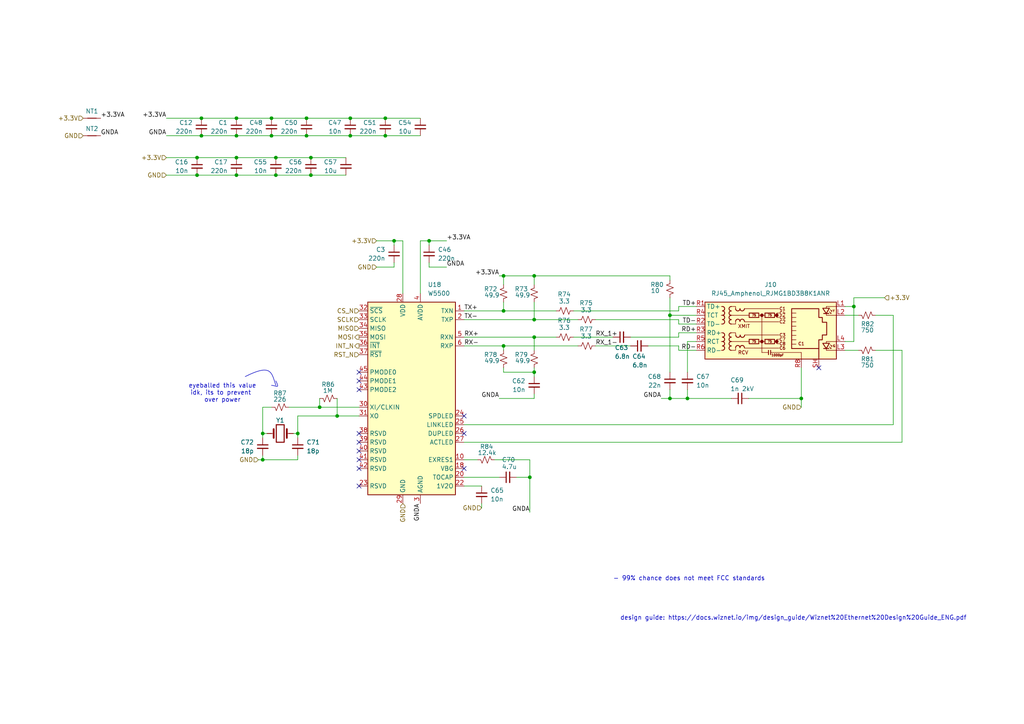
<source format=kicad_sch>
(kicad_sch (version 20250114) (generator "eeschema") (generator_version "9.0")
  (paper "A4")
  (lib_symbols
    (symbol "Connector:RJ45_Amphenol_RJMG1BD3B8K1ANR"
      (property "Reference" "J" (at 18.415 10.16 0))
      (property "Value" "RJ45_Amphenol_RJMG1BD3B8K1ANR" (at -19.05 10.16 0))
      (symbol "RJ45_Amphenol_RJMG1BD3B8K1ANR_0_0"
        (text "XMIT" (at -8.255 1.905 0) (effects (font (size 1.016 1.016)) (justify left)))
        (text "RCV" (at -8.255 -5.715 0) (effects (font (size 1.016 1.016)) (justify left)))
        (text "C1" (at 4.699 6.985 0) (effects (font (size 0.889 0.889))))
        (text "C4" (at 4.699 5.715 0) (effects (font (size 0.889 0.889))))
        (text "C5" (at 4.699 4.445 0) (effects (font (size 0.889 0.889))))
        (text "C2" (at 4.699 3.175 0) (effects (font (size 0.889 0.889))))
        (text "C3" (at 4.699 -0.635 0) (effects (font (size 0.889 0.889))))
        (text "C7" (at 4.699 -1.905 0) (effects (font (size 0.889 0.889))))
        (text "C8" (at 4.699 -3.175 0) (effects (font (size 0.889 0.889))))
        (text "C6" (at 4.699 -4.445 0) (effects (font (size 0.889 0.889))))
        (text "C1" (at 10.16 -3.175 0) (effects (font (size 0.889 0.889))))
      )
      (symbol "RJ45_Amphenol_RJMG1BD3B8K1ANR_1_0"
        (text "1000pF" (at 3.302 -6.477 0) (effects (font (size 0.635 0.635))))
      )
      (symbol "RJ45_Amphenol_RJMG1BD3B8K1ANR_1_1"
        (text "75" (at -3.556 5.08 0) (effects (font (size 0.635 0.635))))
        (text "75" (at -3.556 -2.54 0) (effects (font (size 0.635 0.635))))
        (text "75" (at 1.016 5.08 0) (effects (font (size 0.635 0.635))))
        (text "75" (at 1.016 -2.54 0) (effects (font (size 0.635 0.635))))
        (text "Y" (at 19.558 6.35 0) (effects (font (size 0.635 0.635))))
        (text "G" (at 19.685 -3.81 0) (effects (font (size 0.635 0.635))))
        (pin passive line (at -20.32 7.62 0) (length 2.54) (name "TD+") (number "R1"))
        (pin passive line (at -20.32 5.08 0) (length 2.54) (name "TCT") (number "R4"))
        (pin passive line (at -20.32 2.54 0) (length 2.54) (name "TD-") (number "R2"))
        (pin passive line (at -20.32 0 0) (length 2.54) (name "RD+") (number "R3"))
        (pin passive line (at -20.32 -2.54 0) (length 2.54) (name "RCT") (number "R5"))
        (pin passive line (at -20.32 -5.08 0) (length 2.54) (name "RD-") (number "R6"))
        (pin power_in line (at 10.16 -10.16 90) (length 2.54) (name "") (number "R8"))
        (pin passive line (at 15.24 -10.16 90) (length 2.54) (name "") (number "SH"))
        (pin no_connect line (at 20.32 0 0) (length 0) (hide yes) (name "NC") (number "R7"))
        (pin passive line (at 22.86 7.62 180) (length 2.54) (name "") (number "L1"))
        (pin passive line (at 22.86 5.08 180) (length 2.54) (name "") (number "L2"))
        (pin passive line (at 22.86 -2.54 180) (length 2.54) (name "") (number "L4"))
        (pin passive line (at 22.86 -5.08 180) (length 2.54) (name "") (number "L3"))
      )
    )
    (symbol "Device:C_Small" (pin_numbers (hide yes)) (pin_names (offset 0.254) (hide yes))
      (property "Reference" "C" (at 0.254 1.778 0))
      (property "Value" "C_Small" (at 0.254 -2.032 0))
      (symbol "C_Small_1_1"
        (pin passive line (at 0 2.54 270) (length 2.032) (name "~") (number "1"))
        (pin passive line (at 0 -2.54 90) (length 2.032) (name "~") (number "2"))
      )
    )
    (symbol "Device:Crystal" (pin_numbers (hide yes)) (pin_names (offset 1.016) (hide yes))
      (property "Reference" "Y" (at 0 3.81 0))
      (property "Value" "Crystal" (at 0 -3.81 0))
      (symbol "Crystal_1_1"
        (pin passive line (at -3.81 0 0) (length 1.27) (name "1") (number "1"))
        (pin passive line (at 3.81 0 180) (length 1.27) (name "2") (number "2"))
      )
    )
    (symbol "Device:NetTie_2" (pin_numbers (hide yes)) (pin_names (offset 0) (hide yes)) (in_bom no)
      (property "Reference" "NT" (at 0 1.27 0))
      (property "Value" "NetTie_2" (at 0 -1.27 0))
      (symbol "NetTie_2_1_1"
        (pin passive line (at -2.54 0 0) (length 2.54) (name "1") (number "1"))
        (pin passive line (at 2.54 0 180) (length 2.54) (name "2") (number "2"))
      )
    )
    (symbol "Device:R_Small_US" (pin_numbers (hide yes)) (pin_names (offset 0.254) (hide yes))
      (property "Reference" "R" (at 0.762 0.508 0))
      (property "Value" "R_Small_US" (at 0.762 -1.016 0))
      (symbol "R_Small_US_1_1"
        (pin passive line (at 0 2.54 270) (length 1.016) (name "~") (number "1"))
        (pin passive line (at 0 -2.54 90) (length 1.016) (name "~") (number "2"))
      )
    )
    (symbol "Interface_Ethernet:W5500"
      (property "Reference" "U" (at -11.43 29.21 0))
      (property "Value" "W5500" (at 8.89 29.21 0))
      (symbol "W5500_1_1"
        (pin input line (at -15.24 25.4 0) (length 2.54) (name "~{SCS}") (number "32"))
        (pin input line (at -15.24 22.86 0) (length 2.54) (name "SCLK") (number "33"))
        (pin output line (at -15.24 20.32 0) (length 2.54) (name "MISO") (number "34"))
        (pin input line (at -15.24 17.78 0) (length 2.54) (name "MOSI") (number "35"))
        (pin input line (at -15.24 15.24 0) (length 2.54) (name "~{INT}") (number "36"))
        (pin input line (at -15.24 12.7 0) (length 2.54) (name "~{RST}") (number "37"))
        (pin input line (at -15.24 7.62 0) (length 2.54) (name "PMODE0") (number "45"))
        (pin input line (at -15.24 5.08 0) (length 2.54) (name "PMODE1") (number "44"))
        (pin input line (at -15.24 2.54 0) (length 2.54) (name "PMODE2") (number "43"))
        (pin input line (at -15.24 -2.54 0) (length 2.54) (name "XI/CLKIN") (number "30"))
        (pin output line (at -15.24 -5.08 0) (length 2.54) (name "XO") (number "31"))
        (pin input line (at -15.24 -10.16 0) (length 2.54) (name "RSVD") (number "38"))
        (pin input line (at -15.24 -12.7 0) (length 2.54) (name "RSVD") (number "39"))
        (pin input line (at -15.24 -15.24 0) (length 2.54) (name "RSVD") (number "40"))
        (pin input line (at -15.24 -17.78 0) (length 2.54) (name "RSVD") (number "41"))
        (pin input line (at -15.24 -20.32 0) (length 2.54) (name "RSVD") (number "42"))
        (pin input line (at -15.24 -25.4 0) (length 2.54) (name "RSVD") (number "23"))
        (pin power_in line (at -2.54 30.48 270) (length 2.54) (name "VDD") (number "28"))
        (pin power_in line (at -2.54 -30.48 90) (length 2.54) (name "GND") (number "29"))
        (pin passive line (at 2.54 30.48 270) (length 2.54) (hide yes) (name "AVDD") (number "11"))
        (pin passive line (at 2.54 30.48 270) (length 2.54) (hide yes) (name "AVDD") (number "15"))
        (pin passive line (at 2.54 30.48 270) (length 2.54) (hide yes) (name "AVDD") (number "17"))
        (pin passive line (at 2.54 30.48 270) (length 2.54) (hide yes) (name "AVDD") (number "21"))
        (pin power_in line (at 2.54 30.48 270) (length 2.54) (name "AVDD") (number "4"))
        (pin passive line (at 2.54 30.48 270) (length 2.54) (hide yes) (name "AVDD") (number "8"))
        (pin passive line (at 2.54 -30.48 90) (length 2.54) (hide yes) (name "AGND") (number "14"))
        (pin passive line (at 2.54 -30.48 90) (length 2.54) (hide yes) (name "AGND") (number "16"))
        (pin passive line (at 2.54 -30.48 90) (length 2.54) (hide yes) (name "AGND") (number "19"))
        (pin power_in line (at 2.54 -30.48 90) (length 2.54) (name "AGND") (number "3"))
        (pin passive line (at 2.54 -30.48 90) (length 2.54) (hide yes) (name "AGND") (number "48"))
        (pin passive line (at 2.54 -30.48 90) (length 2.54) (hide yes) (name "AGND") (number "9"))
        (pin no_connect line (at 12.7 10.16 180) (length 2.54) (hide yes) (name "DNC") (number "7"))
        (pin no_connect line (at 12.7 7.62 180) (length 2.54) (hide yes) (name "NC") (number "12"))
        (pin no_connect line (at 12.7 5.08 180) (length 2.54) (hide yes) (name "NC") (number "13"))
        (pin no_connect line (at 12.7 2.54 180) (length 2.54) (hide yes) (name "NC") (number "46"))
        (pin no_connect line (at 12.7 0 180) (length 2.54) (hide yes) (name "NC") (number "47"))
        (pin output line (at 15.24 25.4 180) (length 2.54) (name "TXN") (number "1"))
        (pin output line (at 15.24 22.86 180) (length 2.54) (name "TXP") (number "2"))
        (pin input line (at 15.24 17.78 180) (length 2.54) (name "RXN") (number "5"))
        (pin input line (at 15.24 15.24 180) (length 2.54) (name "RXP") (number "6"))
        (pin output line (at 15.24 -5.08 180) (length 2.54) (name "SPDLED") (number "24"))
        (pin output line (at 15.24 -7.62 180) (length 2.54) (name "LINKLED") (number "25"))
        (pin output line (at 15.24 -10.16 180) (length 2.54) (name "DUPLED") (number "26"))
        (pin output line (at 15.24 -12.7 180) (length 2.54) (name "ACTLED") (number "27"))
        (pin passive line (at 15.24 -17.78 180) (length 2.54) (name "EXRES1") (number "10"))
        (pin passive line (at 15.24 -20.32 180) (length 2.54) (name "VBG") (number "18"))
        (pin passive line (at 15.24 -22.86 180) (length 2.54) (name "TOCAP") (number "20"))
        (pin output line (at 15.24 -25.4 180) (length 2.54) (name "1V2O") (number "22"))
      )
    )
  )
  (bezier (pts (xy 71.12 109.22) (xy 78.74 105.41) (xy 78.74 107.95) (xy 80.01 111.76)))
  (bezier (pts (xy 80.01 110.49) (xy 81.28 113.03) (xy 80.01 111.76) (xy 78.74 111.76)))
  (text "eyeballed this value\nidk, its to prevent \nover power" (at 64.516 114.046 0) (effects (font (size 1.27 1.27))))
  (text "design guide: https://docs.wiznet.io/img/design_guide/Wiznet%20Ethernet%20Design%20Guide_ENG.pdf" (at 230.124 179.324 0) (effects (font (size 1.27 1.27))))
  (text "- 99% chance does not meet FCC standards" (at 177.8 167.132 0) (effects (font (size 1.27 1.27)) (justify left top)))
  (junction (at 92.71 118.11))
  (junction (at 68.58 34.29))
  (junction (at 88.9 39.37))
  (junction (at 146.05 80.01))
  (junction (at 68.58 39.37))
  (junction (at 154.94 97.79))
  (junction (at 153.67 138.43))
  (junction (at 58.42 39.37))
  (junction (at 90.17 45.72))
  (junction (at 57.15 50.8))
  (junction (at 90.17 50.8))
  (junction (at 154.94 92.71))
  (junction (at 111.76 39.37))
  (junction (at 101.6 39.37))
  (junction (at 86.36 125.73))
  (junction (at 232.41 115.57))
  (junction (at 76.2 125.73))
  (junction (at 97.79 120.65))
  (junction (at 146.05 90.17))
  (junction (at 194.31 115.57))
  (junction (at 80.01 50.8))
  (junction (at 57.15 45.72))
  (junction (at 124.46 69.85))
  (junction (at 247.65 88.9))
  (junction (at 68.58 50.8))
  (junction (at 88.9 34.29))
  (junction (at 78.74 39.37))
  (junction (at 101.6 34.29))
  (junction (at 76.2 133.35))
  (junction (at 68.58 45.72))
  (junction (at 58.42 34.29))
  (junction (at 154.94 80.01))
  (junction (at 114.3 69.85))
  (junction (at 80.01 45.72))
  (junction (at 146.05 100.33))
  (junction (at 111.76 34.29))
  (junction (at 78.74 34.29))
  (junction (at 199.39 115.57))
  (junction (at 194.31 91.44))
  (junction (at 154.94 107.95))
  (no_connect (at 104.14 133.35))
  (no_connect (at 104.14 125.73))
  (no_connect (at 104.14 130.81))
  (no_connect (at 104.14 128.27))
  (no_connect (at 104.14 110.49))
  (no_connect (at 104.14 140.97))
  (no_connect (at 104.14 135.89))
  (no_connect (at 134.62 135.89))
  (no_connect (at 104.14 107.95))
  (no_connect (at 237.49 106.68))
  (no_connect (at 104.14 113.03))
  (no_connect (at 134.62 125.73))
  (no_connect (at 134.62 120.65))
  (wire (pts (xy 254 91.44) (xy 259.08 91.44)))
  (wire (pts (xy 154.94 97.79) (xy 161.29 97.79)))
  (wire (pts (xy 68.58 45.72) (xy 80.01 45.72)))
  (wire (pts (xy 196.85 93.98) (xy 201.93 93.98)))
  (wire (pts (xy 76.2 125.73) (xy 77.47 125.73)))
  (wire (pts (xy 48.26 45.72) (xy 57.15 45.72)))
  (wire (pts (xy 68.58 34.29) (xy 78.74 34.29)))
  (wire (pts (xy 48.26 34.29) (xy 58.42 34.29)))
  (wire (pts (xy 86.36 120.65) (xy 97.79 120.65)))
  (wire (pts (xy 247.65 88.9) (xy 247.65 99.06)))
  (wire (pts (xy 245.11 101.6) (xy 248.92 101.6)))
  (wire (pts (xy 144.78 115.57) (xy 154.94 115.57)))
  (wire (pts (xy 114.3 69.85) (xy 116.84 69.85)))
  (wire (pts (xy 134.62 90.17) (xy 146.05 90.17)))
  (wire (pts (xy 57.15 50.8) (xy 68.58 50.8)))
  (wire (pts (xy 88.9 34.29) (xy 101.6 34.29)))
  (wire (pts (xy 154.94 115.57) (xy 154.94 114.3)))
  (wire (pts (xy 146.05 100.33) (xy 134.62 100.33)))
  (wire (pts (xy 83.82 118.11) (xy 92.71 118.11)))
  (wire (pts (xy 134.62 140.97) (xy 139.7 140.97)))
  (wire (pts (xy 74.93 133.35) (xy 76.2 133.35)))
  (wire (pts (xy 121.92 69.85) (xy 124.46 69.85)))
  (wire (pts (xy 78.74 39.37) (xy 88.9 39.37)))
  (wire (pts (xy 194.31 91.44) (xy 201.93 91.44)))
  (wire (pts (xy 68.58 50.8) (xy 80.01 50.8)))
  (wire (pts (xy 256.54 86.36) (xy 247.65 86.36)))
  (wire (pts (xy 191.77 115.57) (xy 194.31 115.57)))
  (wire (pts (xy 48.26 39.37) (xy 58.42 39.37)))
  (wire (pts (xy 134.62 92.71) (xy 154.94 92.71)))
  (wire (pts (xy 134.62 138.43) (xy 144.78 138.43)))
  (wire (pts (xy 76.2 118.11) (xy 78.74 118.11)))
  (wire (pts (xy 121.92 69.85) (xy 121.92 85.09)))
  (wire (pts (xy 129.54 77.47) (xy 124.46 77.47)))
  (wire (pts (xy 68.58 39.37) (xy 78.74 39.37)))
  (wire (pts (xy 154.94 82.55) (xy 154.94 80.01)))
  (wire (pts (xy 57.15 45.72) (xy 68.58 45.72)))
  (wire (pts (xy 58.42 34.29) (xy 68.58 34.29)))
  (wire (pts (xy 199.39 99.06) (xy 201.93 99.06)))
  (wire (pts (xy 199.39 115.57) (xy 199.39 113.03)))
  (wire (pts (xy 245.11 91.44) (xy 248.92 91.44)))
  (wire (pts (xy 78.74 34.29) (xy 88.9 34.29)))
  (wire (pts (xy 111.76 39.37) (xy 121.92 39.37)))
  (wire (pts (xy 153.67 138.43) (xy 153.67 148.59)))
  (wire (pts (xy 134.62 133.35) (xy 138.43 133.35)))
  (wire (pts (xy 86.36 125.73) (xy 86.36 120.65)))
  (wire (pts (xy 114.3 71.12) (xy 114.3 69.85)))
  (wire (pts (xy 153.67 133.35) (xy 153.67 138.43)))
  (wire (pts (xy 143.51 133.35) (xy 153.67 133.35)))
  (wire (pts (xy 247.65 86.36) (xy 247.65 88.9)))
  (wire (pts (xy 172.72 100.33) (xy 182.88 100.33)))
  (wire (pts (xy 254 101.6) (xy 261.62 101.6)))
  (wire (pts (xy 196.85 97.79) (xy 196.85 96.52)))
  (wire (pts (xy 85.09 125.73) (xy 86.36 125.73)))
  (wire (pts (xy 259.08 123.19) (xy 259.08 91.44)))
  (wire (pts (xy 146.05 80.01) (xy 144.78 80.01)))
  (wire (pts (xy 194.31 115.57) (xy 199.39 115.57)))
  (wire (pts (xy 109.22 69.85) (xy 114.3 69.85)))
  (wire (pts (xy 124.46 77.47) (xy 124.46 76.2)))
  (wire (pts (xy 154.94 80.01) (xy 194.31 80.01)))
  (wire (pts (xy 146.05 101.6) (xy 146.05 100.33)))
  (wire (pts (xy 86.36 127) (xy 86.36 125.73)))
  (wire (pts (xy 149.86 138.43) (xy 153.67 138.43)))
  (wire (pts (xy 199.39 115.57) (xy 212.09 115.57)))
  (wire (pts (xy 76.2 132.08) (xy 76.2 133.35)))
  (wire (pts (xy 92.71 118.11) (xy 104.14 118.11)))
  (wire (pts (xy 111.76 34.29) (xy 121.92 34.29)))
  (wire (pts (xy 101.6 39.37) (xy 111.76 39.37)))
  (wire (pts (xy 92.71 115.57) (xy 92.71 118.11)))
  (wire (pts (xy 146.05 90.17) (xy 161.29 90.17)))
  (wire (pts (xy 166.37 97.79) (xy 177.8 97.79)))
  (wire (pts (xy 124.46 71.12) (xy 124.46 69.85)))
  (wire (pts (xy 196.85 90.17) (xy 196.85 88.9)))
  (wire (pts (xy 194.31 115.57) (xy 194.31 113.03)))
  (wire (pts (xy 101.6 34.29) (xy 111.76 34.29)))
  (wire (pts (xy 86.36 133.35) (xy 86.36 132.08)))
  (wire (pts (xy 134.62 123.19) (xy 259.08 123.19)))
  (wire (pts (xy 116.84 69.85) (xy 116.84 85.09)))
  (wire (pts (xy 187.96 100.33) (xy 196.85 100.33)))
  (wire (pts (xy 76.2 125.73) (xy 76.2 118.11)))
  (wire (pts (xy 146.05 80.01) (xy 154.94 80.01)))
  (wire (pts (xy 90.17 50.8) (xy 100.33 50.8)))
  (wire (pts (xy 139.7 147.32) (xy 139.7 146.05)))
  (wire (pts (xy 134.62 128.27) (xy 261.62 128.27)))
  (wire (pts (xy 196.85 100.33) (xy 196.85 101.6)))
  (wire (pts (xy 154.94 92.71) (xy 167.64 92.71)))
  (wire (pts (xy 124.46 69.85) (xy 129.54 69.85)))
  (wire (pts (xy 232.41 106.68) (xy 232.41 115.57)))
  (wire (pts (xy 194.31 86.36) (xy 194.31 91.44)))
  (wire (pts (xy 146.05 107.95) (xy 154.94 107.95)))
  (wire (pts (xy 146.05 90.17) (xy 146.05 87.63)))
  (wire (pts (xy 80.01 50.8) (xy 90.17 50.8)))
  (wire (pts (xy 247.65 88.9) (xy 245.11 88.9)))
  (wire (pts (xy 154.94 109.22) (xy 154.94 107.95)))
  (wire (pts (xy 217.17 115.57) (xy 232.41 115.57)))
  (wire (pts (xy 109.22 77.47) (xy 114.3 77.47)))
  (wire (pts (xy 182.88 97.79) (xy 196.85 97.79)))
  (wire (pts (xy 114.3 77.47) (xy 114.3 76.2)))
  (wire (pts (xy 166.37 90.17) (xy 196.85 90.17)))
  (wire (pts (xy 146.05 106.68) (xy 146.05 107.95)))
  (wire (pts (xy 90.17 45.72) (xy 100.33 45.72)))
  (wire (pts (xy 194.31 80.01) (xy 194.31 81.28)))
  (wire (pts (xy 261.62 128.27) (xy 261.62 101.6)))
  (wire (pts (xy 97.79 120.65) (xy 104.14 120.65)))
  (wire (pts (xy 172.72 92.71) (xy 196.85 92.71)))
  (wire (pts (xy 146.05 82.55) (xy 146.05 80.01)))
  (wire (pts (xy 154.94 92.71) (xy 154.94 87.63)))
  (wire (pts (xy 76.2 127) (xy 76.2 125.73)))
  (wire (pts (xy 196.85 92.71) (xy 196.85 93.98)))
  (wire (pts (xy 194.31 91.44) (xy 194.31 107.95)))
  (wire (pts (xy 199.39 107.95) (xy 199.39 99.06)))
  (wire (pts (xy 154.94 97.79) (xy 134.62 97.79)))
  (wire (pts (xy 48.26 50.8) (xy 57.15 50.8)))
  (wire (pts (xy 154.94 101.6) (xy 154.94 97.79)))
  (wire (pts (xy 196.85 101.6) (xy 201.93 101.6)))
  (wire (pts (xy 196.85 88.9) (xy 201.93 88.9)))
  (wire (pts (xy 232.41 118.11) (xy 232.41 115.57)))
  (wire (pts (xy 146.05 100.33) (xy 167.64 100.33)))
  (wire (pts (xy 88.9 39.37) (xy 101.6 39.37)))
  (wire (pts (xy 196.85 96.52) (xy 201.93 96.52)))
  (wire (pts (xy 247.65 99.06) (xy 245.11 99.06)))
  (wire (pts (xy 76.2 133.35) (xy 86.36 133.35)))
  (wire (pts (xy 80.01 45.72) (xy 90.17 45.72)))
  (wire (pts (xy 58.42 39.37) (xy 68.58 39.37)))
  (wire (pts (xy 154.94 107.95) (xy 154.94 106.68)))
  (wire (pts (xy 97.79 115.57) (xy 97.79 120.65)))
  (label "GNDA" (at 144.78 115.57 180))
  (label "TX+" (at 134.62 90.17 0))
  (label "TD-" (at 201.93 93.98 180))
  (label "GNDA" (at 121.92 146.05 270))
  (label "RX-" (at 134.62 100.33 0))
  (label "TX-" (at 134.62 92.71 0))
  (label "GNDA" (at 29.21 39.37 0))
  (label "GNDA" (at 191.77 115.57 180))
  (label "GNDA" (at 153.67 148.59 180))
  (label "TD+" (at 201.93 88.9 180))
  (label "GNDA" (at 48.26 39.37 180))
  (label "RX+" (at 134.62 97.79 0))
  (label "RX_1-" (at 172.72 100.33 0))
  (label "RX_1+" (at 172.72 97.79 0))
  (label "+3.3VA" (at 48.26 34.29 180))
  (label "RD+" (at 201.93 96.52 180))
  (label "+3.3VA" (at 144.78 80.01 180))
  (label "+3.3VA" (at 29.21 34.29 0))
  (label "+3.3VA" (at 129.54 69.85 0))
  (label "GNDA" (at 129.54 77.47 0))
  (label "RD-" (at 201.93 101.6 180))
  (hierarchical_label "GND" (shape input) (at 109.22 77.47 180))
  (hierarchical_label "GND" (shape input) (at 74.93 133.35 180))
  (hierarchical_label "GND" (shape input) (at 48.26 50.8 180))
  (hierarchical_label "INT_N" (shape output) (at 104.14 100.33 180))
  (hierarchical_label "+3.3V" (shape input) (at 48.26 45.72 180))
  (hierarchical_label "GND" (shape input) (at 24.13 39.37 180))
  (hierarchical_label "GND" (shape input) (at 116.84 146.05 270))
  (hierarchical_label "+3.3V" (shape input) (at 109.22 69.85 180))
  (hierarchical_label "SCLK" (shape input) (at 104.14 92.71 180))
  (hierarchical_label "MOSI" (shape output) (at 104.14 97.79 180))
  (hierarchical_label "+3.3V" (shape input) (at 256.54 86.36 0))
  (hierarchical_label "GND" (shape input) (at 139.7 147.32 180))
  (hierarchical_label "CS_N" (shape input) (at 104.14 90.17 180))
  (hierarchical_label "GND" (shape input) (at 232.41 118.11 180))
  (hierarchical_label "RST_N" (shape input) (at 104.14 102.87 180))
  (hierarchical_label "+3.3V" (shape input) (at 24.13 34.29 180))
  (hierarchical_label "MISO" (shape input) (at 104.14 95.25 180))
  (symbol (lib_id "Device:R_Small_US") (at 251.46 101.6 270) (mirror x) (unit 1)
    (property "Reference" "R81" (at 249.682 104.14 90) (effects (justify left)))
    (property "Value" "750" (at 253.492 105.918 90) (effects (justify right)))
    (property "Footprint" "Resistor_SMD:R_1206_3216Metric_Pad1.30x1.75mm_HandSolder" (effects (hide yes)))
    (property "Datasheet" "https://www.mouser.com/ProductDetail/Panasonic/ERJ-P08F6800V?qs=iIVTEDlrHA3SVAPfz%2FMedg%3D%3D" (effects (hide yes)))
    (property "Description" "Resistor, US symbol" (effects (hide yes)))
    (property "mouser" "https://www.mouser.com/ProductDetail/YAGEO/RC1206JR-13750RL?qs=sGAEpiMZZMvdGkrng054t8AJgcdMkx7xRBGyMWDk%2FFM%3D" (effects (hide yes)))
    (property "specs" "750mOhm, 250mW, 5%, 100PPM, 200C, -55C, +155C" (effects (hide yes)))
    (property "unit x10" "0.022" (effects (hide yes)))
    (property "unit x1" "0.1" (effects (hide yes)))
  )
  (symbol (lib_id "Device:R_Small_US") (at 170.18 100.33 270) (unit 1)
    (property "Reference" "R77" (at 171.958 95.504 90) (effects (justify right)))
    (property "Value" "3.3" (at 168.402 97.536 90) (effects (justify left)))
    (property "Footprint" "Resistor_SMD:R_1206_3216Metric_Pad1.30x1.75mm_HandSolder" (effects (hide yes)))
    (property "Description" "Resistor, US symbol" (effects (hide yes)))
    (property "mouser" "https://www.mouser.com/ProductDetail/Vishay-Beyschlag/MCA1206MC3308FP500?qs=sGAEpiMZZMvdGkrng054t2cqbZCzJY7NpFT1wKYFTnMsg8IPAC%252BI%252Bw%3D%3D" (effects (hide yes)))
    (property "specs" "3.3 ohm, 250mW, 1%, 50ppm, 200V, -55C, +175C" (effects (hide yes)))
    (property "unit x10" "0.334" (effects (hide yes)))
    (property "unit x1" "0.47" (effects (hide yes)))
  )
  (symbol (lib_id "Interface_Ethernet:W5500") (at 119.38 115.57 0) (unit 1)
    (property "Reference" "U18" (at 124.0633 82.55 0) (effects (justify left)))
    (property "Value" "W5500" (at 124.0633 85.09 0) (effects (justify left)))
    (property "Footprint" "Package_QFP:LQFP-48_7x7mm_P0.5mm" (effects (hide yes)))
    (property "Datasheet" "http://wizwiki.net/wiki/lib/exe/fetch.php/products:w5500:w5500_ds_v109e.pdf" (effects (hide yes)))
    (property "Description" "10/100Mb SPI Ethernet controller with TCP/IP stack, LQFP-48" (effects (hide yes)))
  )
  (symbol (lib_id "Device:C_Small") (at 57.15 48.26 0) (mirror y) (unit 1)
    (property "Reference" "C16" (at 54.61 46.9962 0) (effects (justify left)))
    (property "Value" "10n" (at 54.61 49.5362 0) (effects (justify left)))
    (property "Footprint" "Capacitor_SMD:C_0805_2012Metric_Pad1.18x1.45mm_HandSolder" (effects (hide yes)))
    (property "mouser" "https://www.mouser.com/ProductDetail/KYOCERA-AVX/08051C103J4Z2A?qs=k4kUdCzLgS7mcJ89o4qEaA%3D%3D" (effects (hide yes)))
    (property "specs" "10nF, 5%, 100VDC, X7R, MLCC" (effects (hide yes)))
    (property "unit x10" "0.04" (effects (hide yes)))
    (property "unit x1" "0.10" (effects (hide yes)))
  )
  (symbol (lib_id "Device:R_Small_US") (at 163.83 97.79 270) (unit 1)
    (property "Reference" "R76" (at 165.608 92.964 90) (effects (justify right)))
    (property "Value" "3.3" (at 162.052 94.996 90) (effects (justify left)))
    (property "Footprint" "Resistor_SMD:R_1206_3216Metric_Pad1.30x1.75mm_HandSolder" (effects (hide yes)))
    (property "Description" "Resistor, US symbol" (effects (hide yes)))
    (property "mouser" "https://www.mouser.com/ProductDetail/Vishay-Beyschlag/MCA1206MC3308FP500?qs=sGAEpiMZZMvdGkrng054t2cqbZCzJY7NpFT1wKYFTnMsg8IPAC%252BI%252Bw%3D%3D" (effects (hide yes)))
    (property "specs" "3.3 ohm, 250mW, 1%, 50ppm, 200V, -55C, +175C" (effects (hide yes)))
    (property "unit x10" "0.334" (effects (hide yes)))
    (property "unit x1" "0.47" (effects (hide yes)))
  )
  (symbol (lib_id "Device:C_Small") (at 199.39 110.49 0) (unit 1)
    (property "Reference" "C67" (at 201.93 109.2262 0) (effects (justify left)))
    (property "Value" "10n" (at 201.93 111.7662 0) (effects (justify left)))
    (property "Footprint" "Capacitor_SMD:C_0805_2012Metric_Pad1.18x1.45mm_HandSolder" (effects (hide yes)))
    (property "mouser" "https://www.mouser.com/ProductDetail/KYOCERA-AVX/08051C103J4Z2A?qs=k4kUdCzLgS7mcJ89o4qEaA%3D%3D" (effects (hide yes)))
    (property "specs" "10nF, 5%, 100VDC, X7R, MLCC" (effects (hide yes)))
    (property "unit x10" "0.04" (effects (hide yes)))
    (property "unit x1" "0.10" (effects (hide yes)))
  )
  (symbol (lib_id "Device:C_Small") (at 194.31 110.49 0) (mirror y) (unit 1)
    (property "Reference" "C68" (at 191.77 109.2262 0) (effects (justify left)))
    (property "Value" "22n" (at 191.77 111.7662 0) (effects (justify left)))
    (property "Footprint" "Capacitor_SMD:C_0805_2012Metric_Pad1.18x1.45mm_HandSolder" (effects (hide yes)))
    (property "mouser" "https://www.mouser.com/ProductDetail/Samsung-Electro-Mechanics/CL21B223JBANNNC?qs=hqM3L16%252Bxle%2FHRWqvvaDSA%3D%3D" (effects (hide yes)))
    (property "specs" "22nF, 50Vdc, 5%, X7R, MLCC" (effects (hide yes)))
    (property "unit x10" "0.027" (effects (hide yes)))
    (property "unit x1" "0.10" (effects (hide yes)))
  )
  (symbol (lib_id "Device:R_Small_US") (at 146.05 104.14 0) (mirror x) (unit 1)
    (property "Reference" "R78" (at 144.272 102.87 0) (effects (justify right)))
    (property "Value" "49.9" (at 140.462 104.648 0) (effects (justify left)))
    (property "Footprint" "Resistor_SMD:R_0805_2012Metric_Pad1.20x1.40mm_HandSolder" (effects (hide yes)))
    (property "Description" "Resistor, US symbol" (effects (hide yes)))
    (property "mouser" "https://www.mouser.com/ProductDetail/Vishay/CRCW080549R9FKEA?qs=sGAEpiMZZMvdGkrng054txEw7b1YnvGudG63Yk9YxfA%3D" (effects (hide yes)))
    (property "specs" "49.9 ohm, 250mW, 1% , 150V, 100ppm" (effects (hide yes)))
    (property "unit x10" "0.026" (effects (hide yes)))
    (property "unit x1" "0.1" (effects (hide yes)))
  )
  (symbol (lib_id "Device:C_Small") (at 124.46 73.66 0) (unit 1)
    (property "Reference" "C46" (at 127 72.3962 0) (effects (justify left)))
    (property "Value" "220n" (at 127 74.9362 0) (effects (justify left)))
    (property "Footprint" "Capacitor_SMD:C_0805_2012Metric_Pad1.18x1.45mm_HandSolder" (effects (hide yes)))
    (property "Datasheet" "https://www.mouser.com/ProductDetail/Samsung-Electro-Mechanics/CL31B224KBFNNNF?qs=sGAEpiMZZMsh%252B1woXyUXj7iNKXiFkBmw7C%252BUlKpuDJ8%3D" (effects (hide yes)))
    (property "mouser" "https://www.mouser.com/ProductDetail/Samsung-Electro-Mechanics/CL21B224KCFSFNE?qs=664zcAxDQ0l4Y1eUk6Zc1g%3D%3D" (effects (hide yes)))
    (property "specs" "100VDC, X7R, 10%, -55C, +125C, 220nF" (effects (hide yes)))
    (property "unit x10" "0.054" (effects (hide yes)))
  )
  (symbol (lib_id "Device:C_Small") (at 90.17 48.26 0) (mirror y) (unit 1)
    (property "Reference" "C56" (at 87.63 46.9962 0) (effects (justify left)))
    (property "Value" "220n" (at 87.63 49.5362 0) (effects (justify left)))
    (property "Footprint" "Capacitor_SMD:C_0805_2012Metric_Pad1.18x1.45mm_HandSolder" (effects (hide yes)))
    (property "Datasheet" "https://www.mouser.com/ProductDetail/Samsung-Electro-Mechanics/CL31B224KBFNNNF?qs=sGAEpiMZZMsh%252B1woXyUXj7iNKXiFkBmw7C%252BUlKpuDJ8%3D" (effects (hide yes)))
    (property "mouser" "https://www.mouser.com/ProductDetail/Samsung-Electro-Mechanics/CL21B224KCFSFNE?qs=664zcAxDQ0l4Y1eUk6Zc1g%3D%3D" (effects (hide yes)))
    (property "specs" "100VDC, X7R, 10%, -55C, +125C, 220nF" (effects (hide yes)))
    (property "unit x10" "0.054" (effects (hide yes)))
  )
  (symbol (lib_id "Device:C_Small") (at 78.74 36.83 0) (mirror y) (unit 1)
    (property "Reference" "C48" (at 76.2 35.5662 0) (effects (justify left)))
    (property "Value" "220n" (at 76.2 38.1062 0) (effects (justify left)))
    (property "Footprint" "Capacitor_SMD:C_0805_2012Metric_Pad1.18x1.45mm_HandSolder" (effects (hide yes)))
    (property "Datasheet" "https://www.mouser.com/ProductDetail/Samsung-Electro-Mechanics/CL31B224KBFNNNF?qs=sGAEpiMZZMsh%252B1woXyUXj7iNKXiFkBmw7C%252BUlKpuDJ8%3D" (effects (hide yes)))
    (property "mouser" "https://www.mouser.com/ProductDetail/Samsung-Electro-Mechanics/CL21B224KCFSFNE?qs=664zcAxDQ0l4Y1eUk6Zc1g%3D%3D" (effects (hide yes)))
    (property "specs" "100VDC, X7R, 10%, -55C, +125C, 220nF" (effects (hide yes)))
    (property "unit x10" "0.054" (effects (hide yes)))
  )
  (symbol (lib_id "Device:C_Small") (at 121.92 36.83 0) (mirror y) (unit 1)
    (property "Reference" "C54" (at 119.38 35.5662 0) (effects (justify left)))
    (property "Value" "10u" (at 119.38 38.1062 0) (effects (justify left)))
    (property "Footprint" "Capacitor_SMD:C_1206_3216Metric_Pad1.33x1.80mm_HandSolder" (effects (hide yes)))
    (property "mouser" "https://www.mouser.com/ProductDetail/Samsung-Electro-Mechanics/CL31A106KBHNNNE?qs=sGAEpiMZZMsh%252B1woXyUXjxqcB7t9naYpzWmpMbMJIKQ%3D" (effects (hide yes)))
    (property "specs" "10uF, 50VDC, X5R, 10%, -55C, +85C" (effects (hide yes)))
    (property "unit x10" "0.07" (effects (hide yes)))
  )
  (symbol (lib_id "Device:C_Small") (at 111.76 36.83 0) (mirror y) (unit 1)
    (property "Reference" "C51" (at 109.22 35.5662 0) (effects (justify left)))
    (property "Value" "220n" (at 109.22 38.1062 0) (effects (justify left)))
    (property "Footprint" "Capacitor_SMD:C_0805_2012Metric_Pad1.18x1.45mm_HandSolder" (effects (hide yes)))
    (property "Datasheet" "https://www.mouser.com/ProductDetail/Samsung-Electro-Mechanics/CL31B224KBFNNNF?qs=sGAEpiMZZMsh%252B1woXyUXj7iNKXiFkBmw7C%252BUlKpuDJ8%3D" (effects (hide yes)))
    (property "mouser" "https://www.mouser.com/ProductDetail/Samsung-Electro-Mechanics/CL21B224KCFSFNE?qs=664zcAxDQ0l4Y1eUk6Zc1g%3D%3D" (effects (hide yes)))
    (property "specs" "100VDC, X7R, 10%, -55C, +125C, 220nF" (effects (hide yes)))
    (property "unit x10" "0.054" (effects (hide yes)))
  )
  (symbol (lib_id "Device:C_Small") (at 180.34 97.79 90) (mirror x) (unit 1)
    (property "Reference" "C63" (at 178.308 100.838 90) (effects (justify right)))
    (property "Value" "6.8n" (at 178.308 103.378 90) (effects (justify right)))
    (property "Footprint" "Capacitor_SMD:C_0805_2012Metric_Pad1.18x1.45mm_HandSolder" (effects (hide yes)))
    (property "mouser" "https://www.mouser.com/ProductDetail/Murata-Electronics/GRM2195C2A682JA01D?qs=rrS6PyfT74cP1xu8goU9mQ%3D%3D" (effects (hide yes)))
    (property "specs" "6800pF, 5%, 100VDC, -55C, +125C, MLCC" (effects (hide yes)))
    (property "unit x10" "0.039" (effects (hide yes)))
    (property "unit x1" "0.10" (effects (hide yes)))
  )
  (symbol (lib_id "Device:R_Small_US") (at 140.97 133.35 90) (mirror x) (unit 1)
    (property "Reference" "R84" (at 139.192 129.54 90) (effects (justify right)))
    (property "Value" "12.4k" (at 144.018 131.318 90) (effects (justify left)))
    (property "Footprint" "Resistor_SMD:R_0805_2012Metric_Pad1.20x1.40mm_HandSolder" (effects (hide yes)))
    (property "Description" "Resistor, US symbol" (effects (hide yes)))
    (property "mouser" "https://www.mouser.com/ProductDetail/Susumu/RR1220P-1242-D-M?qs=sGAEpiMZZMvdGkrng054t0uOsFOTJMhbkKY3D7%2FGR%2FA%3D" (effects (hide yes)))
    (property "specs" "12.4k ohm, 0.5%, 100mW, 100V, 25ppm, -55C, +125C" (effects (hide yes)))
    (property "unit x10" "0.028" (effects (hide yes)))
    (property "unit x1" "0.1" (effects (hide yes)))
  )
  (symbol (lib_id "Device:C_Small") (at 114.3 73.66 0) (mirror y) (unit 1)
    (property "Reference" "C3" (at 111.76 72.3962 0) (effects (justify left)))
    (property "Value" "220n" (at 111.76 74.9362 0) (effects (justify left)))
    (property "Footprint" "Capacitor_SMD:C_0805_2012Metric_Pad1.18x1.45mm_HandSolder" (effects (hide yes)))
    (property "Datasheet" "https://www.mouser.com/ProductDetail/Samsung-Electro-Mechanics/CL31B224KBFNNNF?qs=sGAEpiMZZMsh%252B1woXyUXj7iNKXiFkBmw7C%252BUlKpuDJ8%3D" (effects (hide yes)))
    (property "mouser" "https://www.mouser.com/ProductDetail/Samsung-Electro-Mechanics/CL21B224KCFSFNE?qs=664zcAxDQ0l4Y1eUk6Zc1g%3D%3D" (effects (hide yes)))
    (property "specs" "100VDC, X7R, 10%, -55C, +125C, 220nF" (effects (hide yes)))
    (property "unit x10" "0.054" (effects (hide yes)))
  )
  (symbol (lib_id "Device:R_Small_US") (at 81.28 118.11 270) (mirror x) (unit 1)
    (property "Reference" "R87" (at 79.248 114.046 90) (effects (justify left)))
    (property "Value" "226" (at 79.248 115.824 90) (effects (justify left)))
    (property "Footprint" "Resistor_SMD:R_0805_2012Metric_Pad1.20x1.40mm_HandSolder" (effects (hide yes)))
    (property "Description" "Resistor, US symbol" (effects (hide yes)))
    (property "mouser" "https://www.mouser.com/ProductDetail/KOA-Speer/RK73H2BTTD2260F?qs=sGAEpiMZZMvdGkrng054t0wRT%252B902PGcT6B0yBPcmBs%3D" (effects (hide yes)))
    (property "specs" "226Ohm, 250mW, 1%, 200V, -55C, +155C" (effects (hide yes)))
    (property "unit x1" "0.10" (effects (hide yes)))
    (property "unit x10" "0.023" (effects (hide yes)))
  )
  (symbol (lib_id "Device:R_Small_US") (at 146.05 85.09 0) (mirror x) (unit 1)
    (property "Reference" "R72" (at 144.272 83.82 0) (effects (justify right)))
    (property "Value" "49.9" (at 140.462 85.598 0) (effects (justify left)))
    (property "Footprint" "Resistor_SMD:R_0805_2012Metric_Pad1.20x1.40mm_HandSolder" (effects (hide yes)))
    (property "Description" "Resistor, US symbol" (effects (hide yes)))
    (property "mouser" "https://www.mouser.com/ProductDetail/Vishay/CRCW080549R9FKEA?qs=sGAEpiMZZMvdGkrng054txEw7b1YnvGudG63Yk9YxfA%3D" (effects (hide yes)))
    (property "specs" "49.9 ohm, 250mW, 1% , 150V, 100ppm" (effects (hide yes)))
    (property "unit x10" "0.026" (effects (hide yes)))
    (property "unit x1" "0.1" (effects (hide yes)))
  )
  (symbol (lib_id "Device:C_Small") (at 100.33 48.26 0) (mirror y) (unit 1)
    (property "Reference" "C57" (at 97.79 46.9962 0) (effects (justify left)))
    (property "Value" "10u" (at 97.79 49.5362 0) (effects (justify left)))
    (property "Footprint" "Capacitor_SMD:C_1206_3216Metric_Pad1.33x1.80mm_HandSolder" (effects (hide yes)))
    (property "mouser" "https://www.mouser.com/ProductDetail/Samsung-Electro-Mechanics/CL31A106KBHNNNE?qs=sGAEpiMZZMsh%252B1woXyUXjxqcB7t9naYpzWmpMbMJIKQ%3D" (effects (hide yes)))
    (property "specs" "10uF, 50VDC, X5R, 10%, -55C, +85C" (effects (hide yes)))
    (property "unit x10" "0.07" (effects (hide yes)))
  )
  (symbol (lib_id "Device:R_Small_US") (at 194.31 83.82 0) (mirror x) (unit 1)
    (property "Reference" "R80" (at 192.532 82.55 0) (effects (justify right)))
    (property "Value" "10" (at 188.722 84.328 0) (effects (justify left)))
    (property "Footprint" "Resistor_SMD:R_1206_3216Metric_Pad1.30x1.75mm_HandSolder" (effects (hide yes)))
    (property "Description" "Resistor, US symbol" (effects (hide yes)))
    (property "mouser" "https://www.mouser.com/ProductDetail/KOA-Speer/RK73H2BTTD10R0F?qs=sGAEpiMZZMvdGkrng054t5lOknjIQAOXyrbkC5%252B9uLU%3D" (effects (hide yes)))
    (property "specs" "10 ohm,250mW, 1%, 200V" (effects (hide yes)))
    (property "unit x10" "0.026" (effects (hide yes)))
    (property "unit x1" "0.1" (effects (hide yes)))
  )
  (symbol (lib_id "Device:C_Small") (at 139.7 143.51 0) (unit 1)
    (property "Reference" "C65" (at 142.24 142.2462 0) (effects (justify left)))
    (property "Value" "10n" (at 142.24 144.7862 0) (effects (justify left)))
    (property "Footprint" "Capacitor_SMD:C_0805_2012Metric_Pad1.18x1.45mm_HandSolder" (effects (hide yes)))
    (property "mouser" "https://www.mouser.com/ProductDetail/KYOCERA-AVX/08051C103J4Z2A?qs=k4kUdCzLgS7mcJ89o4qEaA%3D%3D" (effects (hide yes)))
    (property "specs" "10nF, 5%, 100VDC, X7R, MLCC" (effects (hide yes)))
    (property "unit x10" "0.04" (effects (hide yes)))
    (property "unit x1" "0.10" (effects (hide yes)))
  )
  (symbol (lib_id "Device:NetTie_2") (at 26.67 39.37 0) (unit 1) (in_bom no)
    (property "Reference" "NT2" (at 26.67 37.338 0))
    (property "Value" "NetTie_2" (effects (hide yes)))
    (property "Footprint" "NetTie:NetTie-2_SMD_Pad2.0mm" (effects (hide yes)))
    (property "Description" "Net tie, 2 pins" (effects (hide yes)))
  )
  (symbol (lib_id "Device:C_Small") (at 80.01 48.26 0) (mirror y) (unit 1)
    (property "Reference" "C55" (at 77.47 46.9962 0) (effects (justify left)))
    (property "Value" "10n" (at 77.47 49.5362 0) (effects (justify left)))
    (property "Footprint" "Capacitor_SMD:C_0805_2012Metric_Pad1.18x1.45mm_HandSolder" (effects (hide yes)))
    (property "mouser" "https://www.mouser.com/ProductDetail/KYOCERA-AVX/08051C103J4Z2A?qs=k4kUdCzLgS7mcJ89o4qEaA%3D%3D" (effects (hide yes)))
    (property "specs" "10nF, 5%, 100VDC, X7R, MLCC" (effects (hide yes)))
    (property "unit x10" "0.04" (effects (hide yes)))
    (property "unit x1" "0.10" (effects (hide yes)))
  )
  (symbol (lib_id "Device:C_Small") (at 68.58 48.26 0) (mirror y) (unit 1)
    (property "Reference" "C17" (at 66.04 46.9962 0) (effects (justify left)))
    (property "Value" "220n" (at 66.04 49.5362 0) (effects (justify left)))
    (property "Footprint" "Capacitor_SMD:C_0805_2012Metric_Pad1.18x1.45mm_HandSolder" (effects (hide yes)))
    (property "Datasheet" "https://www.mouser.com/ProductDetail/Samsung-Electro-Mechanics/CL31B224KBFNNNF?qs=sGAEpiMZZMsh%252B1woXyUXj7iNKXiFkBmw7C%252BUlKpuDJ8%3D" (effects (hide yes)))
    (property "mouser" "https://www.mouser.com/ProductDetail/Samsung-Electro-Mechanics/CL21B224KCFSFNE?qs=664zcAxDQ0l4Y1eUk6Zc1g%3D%3D" (effects (hide yes)))
    (property "specs" "100VDC, X7R, 10%, -55C, +125C, 220nF" (effects (hide yes)))
    (property "unit x10" "0.054" (effects (hide yes)))
  )
  (symbol (lib_id "Device:C_Small") (at 214.63 115.57 270) (mirror x) (unit 1)
    (property "Reference" "C69" (at 211.836 110.236 90) (effects (justify left)))
    (property "Value" "1n 2kV" (at 211.836 112.776 90) (effects (justify left)))
    (property "Footprint" "Capacitor_SMD:C_1206_3216Metric_Pad1.33x1.80mm_HandSolder" (effects (hide yes)))
    (property "mouser" "https://www.mouser.com/ProductDetail/YAGEO/CC1206JKX7RDBB102?qs=57cj7OiSijkgvK2TDpNpEA%3D%3D" (effects (hide yes)))
    (property "specs" "1n, 2kVDC, 5%, x7r, mlcc" (effects (hide yes)))
    (property "unit x10" "0.11" (effects (hide yes)))
    (property "unit x1" "0.26" (effects (hide yes)))
  )
  (symbol (lib_id "Device:NetTie_2") (at 26.67 34.29 0) (unit 1) (in_bom no)
    (property "Reference" "NT1" (at 26.67 32.258 0))
    (property "Value" "NetTie_2" (effects (hide yes)))
    (property "Footprint" "NetTie:NetTie-2_SMD_Pad2.0mm" (effects (hide yes)))
    (property "Description" "Net tie, 2 pins" (effects (hide yes)))
  )
  (symbol (lib_id "Device:C_Small") (at 76.2 129.54 0) (mirror y) (unit 1)
    (property "Reference" "C72" (at 73.66 128.2762 0) (effects (justify left)))
    (property "Value" "18p" (at 73.66 130.8162 0) (effects (justify left)))
    (property "Footprint" "Capacitor_SMD:C_0805_2012Metric_Pad1.18x1.45mm_HandSolder" (effects (hide yes)))
    (property "mouser" "https://www.mouser.com/ProductDetail/Walsin/0805N180F500CT?qs=sGAEpiMZZMsh%252B1woXyUXj9Vc%2FsqQGnyVu5vt83N1H%2FU%3D" (effects (hide yes)))
    (property "specs" "18pF, 50VDC, 1%, -55C, +125C" (effects (hide yes)))
    (property "unit x10" "0.076" (effects (hide yes)))
    (property "unit x1" "0.13" (effects (hide yes)))
  )
  (symbol (lib_id "Device:R_Small_US") (at 154.94 85.09 0) (mirror x) (unit 1)
    (property "Reference" "R73" (at 153.162 83.82 0) (effects (justify right)))
    (property "Value" "49.9" (at 149.352 85.598 0) (effects (justify left)))
    (property "Footprint" "Resistor_SMD:R_0805_2012Metric_Pad1.20x1.40mm_HandSolder" (effects (hide yes)))
    (property "Description" "Resistor, US symbol" (effects (hide yes)))
    (property "mouser" "https://www.mouser.com/ProductDetail/Vishay/CRCW080549R9FKEA?qs=sGAEpiMZZMvdGkrng054txEw7b1YnvGudG63Yk9YxfA%3D" (effects (hide yes)))
    (property "specs" "49.9 ohm, 250mW, 1% , 150V, 100ppm" (effects (hide yes)))
    (property "unit x10" "0.026" (effects (hide yes)))
    (property "unit x1" "0.1" (effects (hide yes)))
  )
  (symbol (lib_id "Device:C_Small") (at 88.9 36.83 0) (mirror y) (unit 1)
    (property "Reference" "C50" (at 86.36 35.5662 0) (effects (justify left)))
    (property "Value" "220n" (at 86.36 38.1062 0) (effects (justify left)))
    (property "Footprint" "Capacitor_SMD:C_0805_2012Metric_Pad1.18x1.45mm_HandSolder" (effects (hide yes)))
    (property "Datasheet" "https://www.mouser.com/ProductDetail/Samsung-Electro-Mechanics/CL31B224KBFNNNF?qs=sGAEpiMZZMsh%252B1woXyUXj7iNKXiFkBmw7C%252BUlKpuDJ8%3D" (effects (hide yes)))
    (property "mouser" "https://www.mouser.com/ProductDetail/Samsung-Electro-Mechanics/CL21B224KCFSFNE?qs=664zcAxDQ0l4Y1eUk6Zc1g%3D%3D" (effects (hide yes)))
    (property "specs" "100VDC, X7R, 10%, -55C, +125C, 220nF" (effects (hide yes)))
    (property "unit x10" "0.054" (effects (hide yes)))
  )
  (symbol (lib_id "Device:R_Small_US") (at 163.83 90.17 270) (unit 1)
    (property "Reference" "R74" (at 165.608 85.344 90) (effects (justify right)))
    (property "Value" "3.3" (at 162.052 87.376 90) (effects (justify left)))
    (property "Footprint" "Resistor_SMD:R_1206_3216Metric_Pad1.30x1.75mm_HandSolder" (effects (hide yes)))
    (property "Description" "Resistor, US symbol" (effects (hide yes)))
    (property "mouser" "https://www.mouser.com/ProductDetail/Vishay-Beyschlag/MCA1206MC3308FP500?qs=sGAEpiMZZMvdGkrng054t2cqbZCzJY7NpFT1wKYFTnMsg8IPAC%252BI%252Bw%3D%3D" (effects (hide yes)))
    (property "specs" "3.3 ohm, 250mW, 1%, 50ppm, 200V, -55C, +175C" (effects (hide yes)))
    (property "unit x10" "0.334" (effects (hide yes)))
    (property "unit x1" "0.47" (effects (hide yes)))
  )
  (symbol (lib_id "Device:C_Small") (at 154.94 111.76 0) (mirror y) (unit 1)
    (property "Reference" "C62" (at 152.4 110.4962 0) (effects (justify left)))
    (property "Value" "10n" (at 152.4 113.0362 0) (effects (justify left)))
    (property "Footprint" "Capacitor_SMD:C_0805_2012Metric_Pad1.18x1.45mm_HandSolder" (effects (hide yes)))
    (property "mouser" "https://www.mouser.com/ProductDetail/KYOCERA-AVX/08051C103J4Z2A?qs=k4kUdCzLgS7mcJ89o4qEaA%3D%3D" (effects (hide yes)))
    (property "specs" "10nF, 5%, 100VDC, X7R, MLCC" (effects (hide yes)))
    (property "unit x10" "0.04" (effects (hide yes)))
    (property "unit x1" "0.10" (effects (hide yes)))
  )
  (symbol (lib_id "Device:C_Small") (at 86.36 129.54 0) (unit 1)
    (property "Reference" "C71" (at 88.9 128.2762 0) (effects (justify left)))
    (property "Value" "18p" (at 88.9 130.8162 0) (effects (justify left)))
    (property "Footprint" "Capacitor_SMD:C_0805_2012Metric_Pad1.18x1.45mm_HandSolder" (effects (hide yes)))
    (property "mouser" "https://www.mouser.com/ProductDetail/Walsin/0805N180F500CT?qs=sGAEpiMZZMsh%252B1woXyUXj9Vc%2FsqQGnyVu5vt83N1H%2FU%3D" (effects (hide yes)))
    (property "specs" "18pF, 50VDC, 1%, -55C, +125C" (effects (hide yes)))
    (property "unit x10" "0.076" (effects (hide yes)))
    (property "unit x1" "0.13" (effects (hide yes)))
  )
  (symbol (lib_id "Device:C_Small") (at 185.42 100.33 90) (mirror x) (unit 1)
    (property "Reference" "C64" (at 183.388 103.378 90) (effects (justify right)))
    (property "Value" "6.8n" (at 183.388 105.918 90) (effects (justify right)))
    (property "Footprint" "Capacitor_SMD:C_0805_2012Metric_Pad1.18x1.45mm_HandSolder" (effects (hide yes)))
    (property "mouser" "https://www.mouser.com/ProductDetail/Murata-Electronics/GRM2195C2A682JA01D?qs=rrS6PyfT74cP1xu8goU9mQ%3D%3D" (effects (hide yes)))
    (property "specs" "6800pF, 5%, 100VDC, -55C, +125C, MLCC" (effects (hide yes)))
    (property "unit x10" "0.039" (effects (hide yes)))
    (property "unit x1" "0.10" (effects (hide yes)))
  )
  (symbol (lib_id "Device:R_Small_US") (at 95.25 115.57 90) (mirror x) (unit 1)
    (property "Reference" "R86" (at 93.218 111.506 90) (effects (justify right)))
    (property "Value" "1M" (at 96.52 113.284 90) (effects (justify left)))
    (property "Footprint" "Resistor_SMD:R_0805_2012Metric_Pad1.20x1.40mm_HandSolder" (effects (hide yes)))
    (property "Description" "Resistor, US symbol" (effects (hide yes)))
    (property "mouser" "https://www.mouser.com/ProductDetail/Vishay-Beyschlag/MCU08050C1004FP500?qs=sGAEpiMZZMvdGkrng054t5T4vZUoDhJXt1jsGL9aK7w%3D" (effects (hide yes)))
    (property "specs" "1M, 125mW, 150V, 1%, 50ppm, -55C, +125C" (effects (hide yes)))
    (property "unit x10" "0.07" (effects (hide yes)))
    (property "unit x1" "0.1" (effects (hide yes)))
  )
  (symbol (lib_id "Device:R_Small_US") (at 170.18 92.71 270) (unit 1)
    (property "Reference" "R75" (at 171.958 87.884 90) (effects (justify right)))
    (property "Value" "3.3" (at 168.402 89.916 90) (effects (justify left)))
    (property "Footprint" "Resistor_SMD:R_1206_3216Metric_Pad1.30x1.75mm_HandSolder" (effects (hide yes)))
    (property "Description" "Resistor, US symbol" (effects (hide yes)))
    (property "mouser" "https://www.mouser.com/ProductDetail/Vishay-Beyschlag/MCA1206MC3308FP500?qs=sGAEpiMZZMvdGkrng054t2cqbZCzJY7NpFT1wKYFTnMsg8IPAC%252BI%252Bw%3D%3D" (effects (hide yes)))
    (property "specs" "3.3 ohm, 250mW, 1%, 50ppm, 200V, -55C, +175C" (effects (hide yes)))
    (property "unit x10" "0.334" (effects (hide yes)))
    (property "unit x1" "0.47" (effects (hide yes)))
  )
  (symbol (lib_id "Device:C_Small") (at 58.42 36.83 0) (mirror y) (unit 1)
    (property "Reference" "C12" (at 55.88 35.5662 0) (effects (justify left)))
    (property "Value" "220n" (at 55.88 38.1062 0) (effects (justify left)))
    (property "Footprint" "Capacitor_SMD:C_0805_2012Metric_Pad1.18x1.45mm_HandSolder" (effects (hide yes)))
    (property "Datasheet" "https://www.mouser.com/ProductDetail/Samsung-Electro-Mechanics/CL31B224KBFNNNF?qs=sGAEpiMZZMsh%252B1woXyUXj7iNKXiFkBmw7C%252BUlKpuDJ8%3D" (effects (hide yes)))
    (property "mouser" "https://www.mouser.com/ProductDetail/Samsung-Electro-Mechanics/CL21B224KCFSFNE?qs=664zcAxDQ0l4Y1eUk6Zc1g%3D%3D" (effects (hide yes)))
    (property "specs" "100VDC, X7R, 10%, -55C, +125C, 220nF" (effects (hide yes)))
    (property "unit x10" "0.054" (effects (hide yes)))
  )
  (symbol (lib_id "Connector:RJ45_Amphenol_RJMG1BD3B8K1ANR") (at 222.25 96.52 0) (unit 1)
    (property "Reference" "J10" (at 223.52 82.55 0))
    (property "Value" "RJ45_Amphenol_RJMG1BD3B8K1ANR" (at 223.52 85.09 0))
    (property "Footprint" "Connector_RJ:RJ45_Amphenol_RJMG1BD3B8K1ANR" (effects (hide yes)))
    (property "Datasheet" "https://www.amphenol-cs.com/media/wysiwyg/files/drawing/rjmg1bd3b8k1anr.pdf" (effects (hide yes)))
    (property "Description" "1 Port RJ45 Magjack Connector Through Hole 10/100 Base-T, AutoMDIX" (effects (hide yes)))
    (property "mouser" "https://www.mouser.com/ProductDetail/Amphenol-Commercial-Products/RJMG1BD3B8K1ANR?qs=8nwx9VzGl4z0N6DynlxHHg%3D%3D&srsltid=AfmBOor8B3zMxYEZPHmeRSjW3wGwotI7ZmViZKigXYs-TFPa4eOgK7Td" (effects (hide yes)))
    (property "unit x1" "3.86" (effects (hide yes)))
    (property "unit x10" "3.56" (effects (hide yes)))
  )
  (symbol (lib_id "Device:R_Small_US") (at 251.46 91.44 270) (mirror x) (unit 1)
    (property "Reference" "R82" (at 249.682 93.98 90) (effects (justify left)))
    (property "Value" "750" (at 253.492 95.758 90) (effects (justify right)))
    (property "Footprint" "Resistor_SMD:R_1206_3216Metric_Pad1.30x1.75mm_HandSolder" (effects (hide yes)))
    (property "Datasheet" "https://www.mouser.com/ProductDetail/Panasonic/ERJ-P08F6800V?qs=iIVTEDlrHA3SVAPfz%2FMedg%3D%3D" (effects (hide yes)))
    (property "Description" "Resistor, US symbol" (effects (hide yes)))
    (property "mouser" "https://www.mouser.com/ProductDetail/YAGEO/RC1206JR-13750RL?qs=sGAEpiMZZMvdGkrng054t8AJgcdMkx7xRBGyMWDk%2FFM%3D" (effects (hide yes)))
    (property "specs" "750mOhm, 250mW, 5%, 100PPM, 200C, -55C, +155C" (effects (hide yes)))
    (property "unit x10" "0.022" (effects (hide yes)))
    (property "unit x1" "0.1" (effects (hide yes)))
  )
  (symbol (lib_id "Device:C_Small") (at 147.32 138.43 90) (mirror x) (unit 1)
    (property "Reference" "C70" (at 145.542 133.35 90) (effects (justify right)))
    (property "Value" "4.7u" (at 145.542 135.382 90) (effects (justify right)))
    (property "Footprint" "Capacitor_SMD:C_0805_2012Metric_Pad1.18x1.45mm_HandSolder" (effects (hide yes)))
    (property "mouser" "https://www.mouser.com/ProductDetail/KEMET/C0805C475J4RACAUTO?qs=HXFqYaX1Q2zgZ196jUXcdQ%3D%3D" (effects (hide yes)))
    (property "specs" "4.7uF, 16V, 5%, -55C, +125C" (effects (hide yes)))
    (property "unit x10" "0.218" (effects (hide yes)))
    (property "unit x1" "0.47" (effects (hide yes)))
  )
  (symbol (lib_id "Device:Crystal") (at 81.28 125.73 0) (unit 1)
    (property "Reference" "Y1" (at 81.28 121.92 0))
    (property "Value" "25MHz" (effects (hide yes)))
    (property "Footprint" "Crystal:Crystal_SMD_ECS_CSM3X-2Pin_7.6x4.1mm" (effects (hide yes)))
    (property "Description" "Two pin crystal" (effects (hide yes)))
    (property "mouser" "https://www.mouser.com/ProductDetail/ABRACON/ABLS7M2-25.000MHZ-D-2Y-T?qs=%252Bk6%2F5FB6qrmle1ujAiXgzQ%3D%3D" (effects (hide yes)))
    (property "specs" "25Mhz, 18pF, 20ppm T, 30ppm S, 50uW, 40 ohm" (effects (hide yes)))
    (property "unit x1" "0.22" (effects (hide yes)))
    (property "unit x10" "0.212" (effects (hide yes)))
  )
  (symbol (lib_id "Device:R_Small_US") (at 154.94 104.14 0) (mirror x) (unit 1)
    (property "Reference" "R79" (at 153.162 102.87 0) (effects (justify right)))
    (property "Value" "49.9" (at 149.352 104.648 0) (effects (justify left)))
    (property "Footprint" "Resistor_SMD:R_0805_2012Metric_Pad1.20x1.40mm_HandSolder" (effects (hide yes)))
    (property "Description" "Resistor, US symbol" (effects (hide yes)))
    (property "mouser" "https://www.mouser.com/ProductDetail/Vishay/CRCW080549R9FKEA?qs=sGAEpiMZZMvdGkrng054txEw7b1YnvGudG63Yk9YxfA%3D" (effects (hide yes)))
    (property "specs" "49.9 ohm, 250mW, 1% , 150V, 100ppm" (effects (hide yes)))
    (property "unit x10" "0.026" (effects (hide yes)))
    (property "unit x1" "0.1" (effects (hide yes)))
  )
  (symbol (lib_id "Device:C_Small") (at 101.6 36.83 0) (mirror y) (unit 1)
    (property "Reference" "C47" (at 99.06 35.5662 0) (effects (justify left)))
    (property "Value" "10n" (at 99.06 38.1062 0) (effects (justify left)))
    (property "Footprint" "Capacitor_SMD:C_0805_2012Metric_Pad1.18x1.45mm_HandSolder" (effects (hide yes)))
    (property "mouser" "https://www.mouser.com/ProductDetail/KYOCERA-AVX/08051C103J4Z2A?qs=k4kUdCzLgS7mcJ89o4qEaA%3D%3D" (effects (hide yes)))
    (property "specs" "10nF, 5%, 100VDC, X7R, MLCC" (effects (hide yes)))
    (property "unit x10" "0.04" (effects (hide yes)))
    (property "unit x1" "0.10" (effects (hide yes)))
  )
  (symbol (lib_id "Device:C_Small") (at 68.58 36.83 0) (mirror y) (unit 1)
    (property "Reference" "C1" (at 66.04 35.5662 0) (effects (justify left)))
    (property "Value" "220n" (at 66.04 38.1062 0) (effects (justify left)))
    (property "Footprint" "Capacitor_SMD:C_0805_2012Metric_Pad1.18x1.45mm_HandSolder" (effects (hide yes)))
    (property "Datasheet" "https://www.mouser.com/ProductDetail/Samsung-Electro-Mechanics/CL31B224KBFNNNF?qs=sGAEpiMZZMsh%252B1woXyUXj7iNKXiFkBmw7C%252BUlKpuDJ8%3D" (effects (hide yes)))
    (property "mouser" "https://www.mouser.com/ProductDetail/Samsung-Electro-Mechanics/CL21B224KCFSFNE?qs=664zcAxDQ0l4Y1eUk6Zc1g%3D%3D" (effects (hide yes)))
    (property "specs" "100VDC, X7R, 10%, -55C, +125C, 220nF" (effects (hide yes)))
    (property "unit x10" "0.054" (effects (hide yes)))
  )
)
</source>
